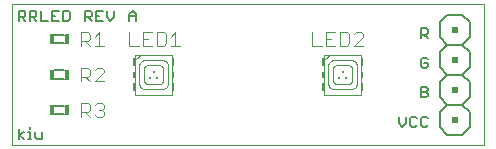
<source format=gto>
G75*
G70*
%OFA0B0*%
%FSLAX24Y24*%
%IPPOS*%
%LPD*%
%AMOC8*
5,1,8,0,0,1.08239X$1,22.5*
%
%ADD10C,0.0000*%
%ADD11C,0.0060*%
%ADD12C,0.0040*%
%ADD13R,0.0108X0.0276*%
%ADD14R,0.0098X0.0197*%
%ADD15R,0.0089X0.0276*%
%ADD16R,0.0089X0.0197*%
%ADD17R,0.0098X0.0098*%
%ADD18R,0.0200X0.0200*%
%ADD19R,0.0160X0.0340*%
D10*
X000347Y000347D02*
X016095Y000347D01*
X016095Y005071D01*
X000347Y005071D01*
X000347Y000347D01*
D11*
X000574Y000567D02*
X000574Y000908D01*
X000744Y000794D02*
X000574Y000681D01*
X000744Y000567D01*
X000881Y000567D02*
X000994Y000567D01*
X000937Y000567D02*
X000937Y000794D01*
X000881Y000794D01*
X001126Y000794D02*
X001126Y000624D01*
X001183Y000567D01*
X001353Y000567D01*
X001353Y000794D01*
X000937Y000908D02*
X000937Y000964D01*
X001752Y001388D02*
X002092Y001388D01*
X002092Y001668D02*
X001752Y001668D01*
X001752Y002569D02*
X002092Y002569D01*
X002092Y002849D02*
X001752Y002849D01*
X001752Y003750D02*
X002092Y003750D01*
X002092Y004030D02*
X001752Y004030D01*
X001679Y004504D02*
X001906Y004504D01*
X002047Y004504D02*
X002217Y004504D01*
X002274Y004561D01*
X002274Y004788D01*
X002217Y004845D01*
X002047Y004845D01*
X002047Y004504D01*
X001679Y004504D02*
X001679Y004845D01*
X001906Y004845D01*
X001792Y004675D02*
X001679Y004675D01*
X001537Y004504D02*
X001310Y004504D01*
X001310Y004845D01*
X001169Y004788D02*
X001169Y004675D01*
X001112Y004618D01*
X000942Y004618D01*
X001055Y004618D02*
X001169Y004504D01*
X000942Y004504D02*
X000942Y004845D01*
X001112Y004845D01*
X001169Y004788D01*
X000801Y004788D02*
X000801Y004675D01*
X000744Y004618D01*
X000574Y004618D01*
X000687Y004618D02*
X000801Y004504D01*
X000574Y004504D02*
X000574Y004845D01*
X000744Y004845D01*
X000801Y004788D01*
X002784Y004845D02*
X002784Y004504D01*
X002784Y004618D02*
X002954Y004618D01*
X003010Y004675D01*
X003010Y004788D01*
X002954Y004845D01*
X002784Y004845D01*
X003152Y004845D02*
X003152Y004504D01*
X003379Y004504D01*
X003520Y004618D02*
X003634Y004504D01*
X003747Y004618D01*
X003747Y004845D01*
X003520Y004845D02*
X003520Y004618D01*
X003265Y004675D02*
X003152Y004675D01*
X003010Y004504D02*
X002897Y004618D01*
X003152Y004845D02*
X003379Y004845D01*
X004257Y004731D02*
X004370Y004845D01*
X004484Y004731D01*
X004484Y004504D01*
X004257Y004504D02*
X004257Y004731D01*
X004257Y004675D02*
X004484Y004675D01*
X013985Y004260D02*
X013985Y003920D01*
X014098Y004034D02*
X014212Y003920D01*
X014155Y004034D02*
X013985Y004034D01*
X014155Y004034D02*
X014212Y004090D01*
X014212Y004204D01*
X014155Y004260D01*
X013985Y004260D01*
X014611Y004459D02*
X014611Y003959D01*
X014861Y003709D01*
X014611Y003459D01*
X014611Y002959D01*
X014861Y002709D01*
X015361Y002709D01*
X015611Y002959D01*
X015611Y003459D01*
X015361Y003709D01*
X014861Y003709D01*
X015361Y003709D02*
X015611Y003959D01*
X015611Y004459D01*
X015361Y004709D01*
X014861Y004709D01*
X014611Y004459D01*
X014155Y003276D02*
X014042Y003276D01*
X013985Y003219D01*
X013985Y002993D01*
X014042Y002936D01*
X014155Y002936D01*
X014212Y002993D01*
X014212Y003106D01*
X014098Y003106D01*
X014212Y003219D02*
X014155Y003276D01*
X014861Y002709D02*
X014611Y002459D01*
X014611Y001959D01*
X014861Y001709D01*
X014611Y001459D01*
X014611Y000959D01*
X014861Y000709D01*
X015361Y000709D01*
X015611Y000959D01*
X015611Y001459D01*
X015361Y001709D01*
X014861Y001709D01*
X015361Y001709D02*
X015611Y001959D01*
X015611Y002459D01*
X015361Y002709D01*
X014212Y002235D02*
X014155Y002292D01*
X013985Y002292D01*
X013985Y001952D01*
X014155Y001952D01*
X014212Y002008D01*
X014212Y002065D01*
X014155Y002122D01*
X013985Y002122D01*
X014155Y002122D02*
X014212Y002179D01*
X014212Y002235D01*
X014155Y001308D02*
X014042Y001308D01*
X013985Y001251D01*
X013985Y001024D01*
X014042Y000967D01*
X014155Y000967D01*
X014212Y001024D01*
X013843Y001024D02*
X013787Y000967D01*
X013673Y000967D01*
X013617Y001024D01*
X013617Y001251D01*
X013673Y001308D01*
X013787Y001308D01*
X013843Y001251D01*
X014155Y001308D02*
X014212Y001251D01*
X013475Y001308D02*
X013475Y001081D01*
X013362Y000967D01*
X013248Y001081D01*
X013248Y001308D01*
D12*
X011981Y002040D02*
X010760Y002040D01*
X010760Y003201D01*
X010937Y003378D01*
X010839Y003280D01*
X010760Y003290D02*
X010760Y003378D01*
X010937Y003378D01*
X011981Y003378D01*
X011981Y002040D01*
X011685Y002237D02*
X011056Y002237D01*
X011034Y002239D01*
X011012Y002243D01*
X010991Y002251D01*
X010971Y002262D01*
X010953Y002275D01*
X010937Y002291D01*
X010924Y002309D01*
X010913Y002329D01*
X010905Y002350D01*
X010901Y002372D01*
X010899Y002394D01*
X010898Y002394D02*
X010898Y003024D01*
X010899Y003024D02*
X010901Y003046D01*
X010905Y003068D01*
X010913Y003089D01*
X010924Y003109D01*
X010937Y003127D01*
X010953Y003143D01*
X010971Y003156D01*
X010991Y003167D01*
X011012Y003175D01*
X011034Y003179D01*
X011056Y003181D01*
X011685Y003181D01*
X011707Y003179D01*
X011729Y003175D01*
X011750Y003167D01*
X011770Y003156D01*
X011788Y003143D01*
X011804Y003127D01*
X011817Y003109D01*
X011828Y003089D01*
X011836Y003068D01*
X011840Y003046D01*
X011842Y003024D01*
X011843Y003024D02*
X011843Y002394D01*
X011842Y002394D02*
X011840Y002372D01*
X011836Y002350D01*
X011828Y002329D01*
X011817Y002309D01*
X011804Y002291D01*
X011788Y002275D01*
X011770Y002262D01*
X011750Y002251D01*
X011729Y002243D01*
X011707Y002239D01*
X011685Y002237D01*
X011577Y002404D02*
X011164Y002404D01*
X011144Y002406D01*
X011124Y002411D01*
X011105Y002420D01*
X011088Y002432D01*
X011074Y002446D01*
X011062Y002463D01*
X011053Y002482D01*
X011048Y002502D01*
X011046Y002522D01*
X011046Y002896D01*
X011048Y002916D01*
X011053Y002936D01*
X011062Y002955D01*
X011074Y002972D01*
X011088Y002986D01*
X011105Y002998D01*
X011124Y003007D01*
X011144Y003012D01*
X011164Y003014D01*
X011577Y003014D01*
X011597Y003012D01*
X011617Y003007D01*
X011636Y002998D01*
X011653Y002986D01*
X011667Y002972D01*
X011679Y002955D01*
X011688Y002936D01*
X011693Y002916D01*
X011695Y002896D01*
X011695Y002522D01*
X011693Y002502D01*
X011688Y002482D01*
X011679Y002463D01*
X011667Y002446D01*
X011653Y002432D01*
X011636Y002420D01*
X011617Y002411D01*
X011597Y002406D01*
X011577Y002404D01*
X010760Y003201D02*
X010760Y003378D01*
X010826Y003670D02*
X011133Y003670D01*
X011287Y003670D02*
X011517Y003670D01*
X011594Y003747D01*
X011594Y004054D01*
X011517Y004130D01*
X011287Y004130D01*
X011287Y003670D01*
X011747Y003670D02*
X012054Y003977D01*
X012054Y004054D01*
X011977Y004130D01*
X011824Y004130D01*
X011747Y004054D01*
X011133Y004130D02*
X010826Y004130D01*
X010826Y003670D01*
X010673Y003670D02*
X010366Y003670D01*
X010366Y004130D01*
X010826Y003900D02*
X010980Y003900D01*
X011747Y003670D02*
X012054Y003670D01*
X005952Y003670D02*
X005645Y003670D01*
X005798Y003670D02*
X005798Y004130D01*
X005645Y003977D01*
X005491Y004054D02*
X005414Y004130D01*
X005184Y004130D01*
X005184Y003670D01*
X005414Y003670D01*
X005491Y003747D01*
X005491Y004054D01*
X005031Y004130D02*
X004724Y004130D01*
X004724Y003670D01*
X005031Y003670D01*
X004570Y003670D02*
X004263Y003670D01*
X004263Y004130D01*
X004724Y003900D02*
X004877Y003900D01*
X004638Y003378D02*
X004461Y003378D01*
X004461Y003290D01*
X004540Y003280D02*
X004638Y003378D01*
X004461Y003201D01*
X004461Y003378D01*
X004638Y003378D02*
X005681Y003378D01*
X005681Y002040D01*
X004461Y002040D01*
X004461Y003201D01*
X004756Y003181D02*
X005386Y003181D01*
X005408Y003179D01*
X005430Y003175D01*
X005451Y003167D01*
X005471Y003156D01*
X005489Y003143D01*
X005505Y003127D01*
X005518Y003109D01*
X005529Y003089D01*
X005537Y003068D01*
X005541Y003046D01*
X005543Y003024D01*
X005544Y003024D02*
X005544Y002394D01*
X005543Y002394D02*
X005541Y002372D01*
X005537Y002350D01*
X005529Y002329D01*
X005518Y002309D01*
X005505Y002291D01*
X005489Y002275D01*
X005471Y002262D01*
X005451Y002251D01*
X005430Y002243D01*
X005408Y002239D01*
X005386Y002237D01*
X004756Y002237D01*
X004734Y002239D01*
X004712Y002243D01*
X004691Y002251D01*
X004671Y002262D01*
X004653Y002275D01*
X004637Y002291D01*
X004624Y002309D01*
X004613Y002329D01*
X004605Y002350D01*
X004601Y002372D01*
X004599Y002394D01*
X004599Y003024D01*
X004601Y003046D01*
X004605Y003068D01*
X004613Y003089D01*
X004624Y003109D01*
X004637Y003127D01*
X004653Y003143D01*
X004671Y003156D01*
X004691Y003167D01*
X004712Y003175D01*
X004734Y003179D01*
X004756Y003181D01*
X004865Y003014D02*
X005278Y003014D01*
X005298Y003012D01*
X005318Y003007D01*
X005337Y002998D01*
X005354Y002986D01*
X005368Y002972D01*
X005380Y002955D01*
X005389Y002936D01*
X005394Y002916D01*
X005396Y002896D01*
X005396Y002522D01*
X005394Y002502D01*
X005389Y002482D01*
X005380Y002463D01*
X005368Y002446D01*
X005354Y002432D01*
X005337Y002420D01*
X005318Y002411D01*
X005298Y002406D01*
X005278Y002404D01*
X004865Y002404D01*
X004845Y002406D01*
X004825Y002411D01*
X004806Y002420D01*
X004789Y002432D01*
X004775Y002446D01*
X004763Y002463D01*
X004754Y002482D01*
X004749Y002502D01*
X004747Y002522D01*
X004746Y002522D02*
X004746Y002896D01*
X004747Y002896D02*
X004749Y002916D01*
X004754Y002936D01*
X004763Y002955D01*
X004775Y002972D01*
X004789Y002986D01*
X004806Y002998D01*
X004825Y003007D01*
X004845Y003012D01*
X004865Y003014D01*
X003416Y002863D02*
X003416Y002786D01*
X003109Y002479D01*
X003416Y002479D01*
X002956Y002479D02*
X002802Y002633D01*
X002879Y002633D02*
X002649Y002633D01*
X002879Y002633D02*
X002956Y002709D01*
X002956Y002863D01*
X002879Y002939D01*
X002649Y002939D01*
X002649Y002479D01*
X003109Y002863D02*
X003186Y002939D01*
X003339Y002939D01*
X003416Y002863D01*
X003416Y003660D02*
X003109Y003660D01*
X002956Y003660D02*
X002802Y003814D01*
X002879Y003814D02*
X002649Y003814D01*
X002879Y003814D02*
X002956Y003890D01*
X002956Y004044D01*
X002879Y004121D01*
X002649Y004121D01*
X002649Y003660D01*
X003263Y003660D02*
X003263Y004121D01*
X003109Y003967D01*
X003186Y001758D02*
X003339Y001758D01*
X003416Y001682D01*
X003416Y001605D01*
X003339Y001528D01*
X003416Y001451D01*
X003416Y001375D01*
X003339Y001298D01*
X003186Y001298D01*
X003109Y001375D01*
X002956Y001298D02*
X002802Y001451D01*
X002879Y001451D02*
X002649Y001451D01*
X002879Y001451D02*
X002956Y001528D01*
X002956Y001682D01*
X002879Y001758D01*
X002649Y001758D01*
X002649Y001298D01*
X003263Y001528D02*
X003339Y001528D01*
X003109Y001682D02*
X003186Y001758D01*
D13*
X005726Y003122D03*
X012025Y003122D03*
D14*
X012030Y002709D03*
X005731Y002709D03*
D15*
X005736Y002296D03*
X004407Y002296D03*
X004407Y003122D03*
X010706Y003122D03*
X010706Y002296D03*
X012035Y002296D03*
D16*
X010706Y002709D03*
X004407Y002709D03*
D17*
X004953Y002611D03*
X005189Y002611D03*
X005071Y002807D03*
X011252Y002611D03*
X011489Y002611D03*
X011370Y002807D03*
D18*
X015111Y003209D03*
X015111Y004209D03*
X015111Y002209D03*
X015111Y001209D03*
D19*
X002172Y001528D03*
X001672Y001528D03*
X001672Y002709D03*
X002172Y002709D03*
X002172Y003890D03*
X001672Y003890D03*
M02*

</source>
